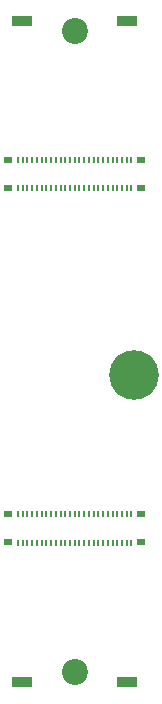
<source format=gbr>
%TF.GenerationSoftware,KiCad,Pcbnew,(6.0.6)*%
%TF.CreationDate,2022-09-06T16:34:49-05:00*%
%TF.ProjectId,etl_module_pcb_mockup_v3p3,65746c5f-6d6f-4647-956c-655f7063625f,rev?*%
%TF.SameCoordinates,Original*%
%TF.FileFunction,Soldermask,Bot*%
%TF.FilePolarity,Negative*%
%FSLAX46Y46*%
G04 Gerber Fmt 4.6, Leading zero omitted, Abs format (unit mm)*
G04 Created by KiCad (PCBNEW (6.0.6)) date 2022-09-06 16:34:49*
%MOMM*%
%LPD*%
G01*
G04 APERTURE LIST*
%ADD10C,2.200000*%
%ADD11R,0.220000X0.500000*%
%ADD12R,0.750000X0.550000*%
%ADD13R,1.740000X0.840000*%
%ADD14C,4.200000*%
G04 APERTURE END LIST*
D10*
%TO.C,REF\u002A\u002A*%
X22050000Y-55900000D03*
%TD*%
%TO.C,REF\u002A\u002A*%
X22050000Y-1600000D03*
%TD*%
D11*
%TO.C,J1*%
X17250000Y-12550000D03*
X17250000Y-14950000D03*
X17650000Y-12550000D03*
X17650000Y-14950000D03*
X18050000Y-12550000D03*
X18050000Y-14950000D03*
X18450000Y-12550000D03*
X18450000Y-14950000D03*
X18850000Y-12550000D03*
X18850000Y-14950000D03*
X19250000Y-12550000D03*
X19250000Y-14950000D03*
X19650000Y-12550000D03*
X19650000Y-14950000D03*
X20050000Y-12550000D03*
X20050000Y-14950000D03*
X20450000Y-12550000D03*
X20450000Y-14950000D03*
X20850000Y-12550000D03*
X20850000Y-14950000D03*
X21250000Y-12550000D03*
X21250000Y-14950000D03*
X21650000Y-12550000D03*
X21650000Y-14950000D03*
X22050000Y-12550000D03*
X22050000Y-14950000D03*
X22450000Y-12550000D03*
X22450000Y-14950000D03*
X22850000Y-12550000D03*
X22850000Y-14950000D03*
X23250000Y-12550000D03*
X23250000Y-14950000D03*
X23650000Y-12550000D03*
X23650000Y-14950000D03*
X24050000Y-12550000D03*
X24050000Y-14950000D03*
X24450000Y-12550000D03*
X24450000Y-14950000D03*
X24850000Y-12550000D03*
X24850000Y-14950000D03*
X25250000Y-12550000D03*
X25250000Y-14950000D03*
X25650000Y-12550000D03*
X25650000Y-14950000D03*
X26050000Y-12550000D03*
X26050000Y-14950000D03*
X26450000Y-12550000D03*
X26450000Y-14950000D03*
X26850000Y-12550000D03*
X26850000Y-14950000D03*
D12*
X16425000Y-12575000D03*
X16425000Y-14925000D03*
X27675000Y-12575000D03*
X27675000Y-14925000D03*
%TD*%
D11*
%TO.C,J2*%
X17250000Y-42550000D03*
X17250000Y-44950000D03*
X17650000Y-42550000D03*
X17650000Y-44950000D03*
X18050000Y-42550000D03*
X18050000Y-44950000D03*
X18450000Y-42550000D03*
X18450000Y-44950000D03*
X18850000Y-42550000D03*
X18850000Y-44950000D03*
X19250000Y-42550000D03*
X19250000Y-44950000D03*
X19650000Y-42550000D03*
X19650000Y-44950000D03*
X20050000Y-42550000D03*
X20050000Y-44950000D03*
X20450000Y-42550000D03*
X20450000Y-44950000D03*
X20850000Y-42550000D03*
X20850000Y-44950000D03*
X21250000Y-42550000D03*
X21250000Y-44950000D03*
X21650000Y-42550000D03*
X21650000Y-44950000D03*
X22050000Y-42550000D03*
X22050000Y-44950000D03*
X22450000Y-42550000D03*
X22450000Y-44950000D03*
X22850000Y-42550000D03*
X22850000Y-44950000D03*
X23250000Y-42550000D03*
X23250000Y-44950000D03*
X23650000Y-42550000D03*
X23650000Y-44950000D03*
X24050000Y-42550000D03*
X24050000Y-44950000D03*
X24450000Y-42550000D03*
X24450000Y-44950000D03*
X24850000Y-42550000D03*
X24850000Y-44950000D03*
X25250000Y-42550000D03*
X25250000Y-44950000D03*
X25650000Y-42550000D03*
X25650000Y-44950000D03*
X26050000Y-42550000D03*
X26050000Y-44950000D03*
X26450000Y-42550000D03*
X26450000Y-44950000D03*
X26850000Y-42550000D03*
X26850000Y-44950000D03*
D12*
X16425000Y-42575000D03*
X16425000Y-44925000D03*
X27675000Y-42575000D03*
X27675000Y-44925000D03*
%TD*%
D13*
%TO.C,REF\u002A\u002A*%
X17600000Y-56780000D03*
%TD*%
%TO.C,REF\u002A\u002A*%
X26500000Y-56780000D03*
%TD*%
%TO.C,REF\u002A\u002A*%
X26500000Y-800000D03*
%TD*%
%TO.C,REF\u002A\u002A*%
X17600000Y-800000D03*
%TD*%
D14*
%TO.C,REF\u002A\u002A*%
X27050000Y-30750000D03*
%TD*%
M02*

</source>
